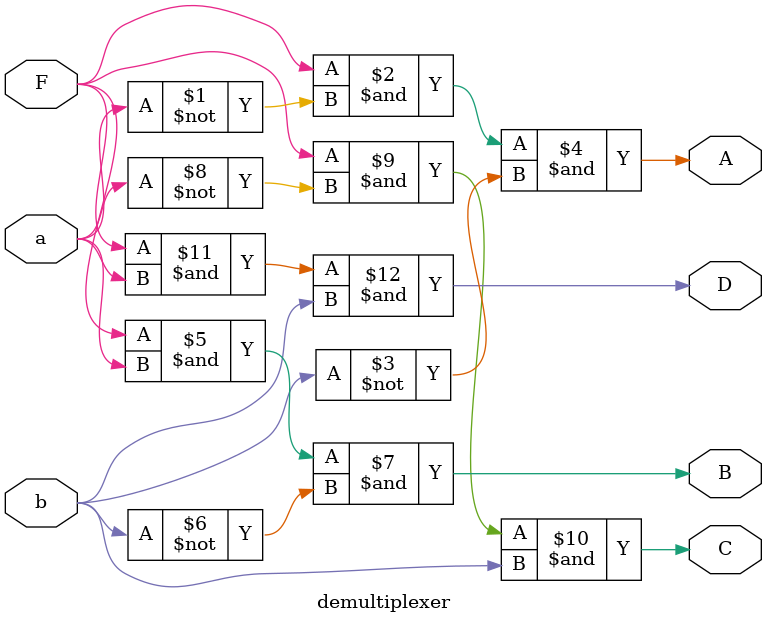
<source format=v>
`timescale 1ns / 1ps

module demultiplexer(
    input F, a, b,
    output A, B, C, D
);

assign A = F & ~a & ~b; 
assign B = F & a & ~b; 
assign C = F & ~a & b;
assign D = F & a & b;

endmodule

</source>
